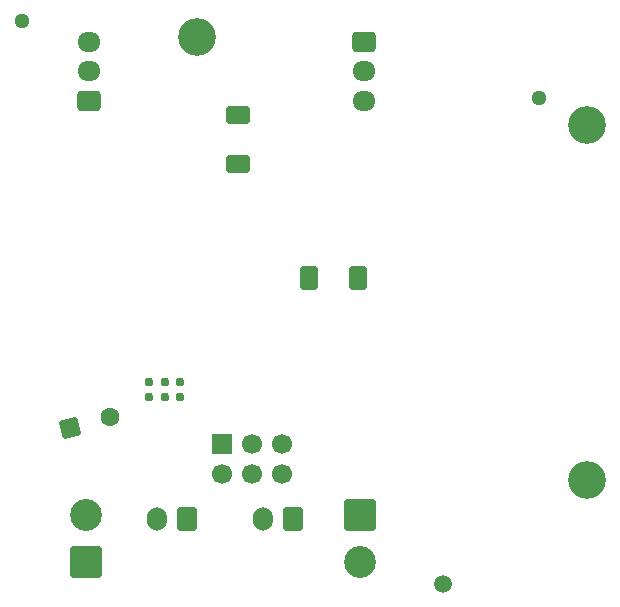
<source format=gbr>
%TF.GenerationSoftware,KiCad,Pcbnew,9.0.3*%
%TF.CreationDate,2025-08-09T17:03:07-04:00*%
%TF.ProjectId,DC_servo_joint,44435f73-6572-4766-9f5f-6a6f696e742e,rev?*%
%TF.SameCoordinates,Original*%
%TF.FileFunction,Soldermask,Bot*%
%TF.FilePolarity,Negative*%
%FSLAX46Y46*%
G04 Gerber Fmt 4.6, Leading zero omitted, Abs format (unit mm)*
G04 Created by KiCad (PCBNEW 9.0.3) date 2025-08-09 17:03:07*
%MOMM*%
%LPD*%
G01*
G04 APERTURE LIST*
G04 Aperture macros list*
%AMRoundRect*
0 Rectangle with rounded corners*
0 $1 Rounding radius*
0 $2 $3 $4 $5 $6 $7 $8 $9 X,Y pos of 4 corners*
0 Add a 4 corners polygon primitive as box body*
4,1,4,$2,$3,$4,$5,$6,$7,$8,$9,$2,$3,0*
0 Add four circle primitives for the rounded corners*
1,1,$1+$1,$2,$3*
1,1,$1+$1,$4,$5*
1,1,$1+$1,$6,$7*
1,1,$1+$1,$8,$9*
0 Add four rect primitives between the rounded corners*
20,1,$1+$1,$2,$3,$4,$5,0*
20,1,$1+$1,$4,$5,$6,$7,0*
20,1,$1+$1,$6,$7,$8,$9,0*
20,1,$1+$1,$8,$9,$2,$3,0*%
G04 Aperture macros list end*
%ADD10C,3.200000*%
%ADD11C,1.496000*%
%ADD12C,1.296000*%
%ADD13C,0.770000*%
%ADD14R,1.700000X1.700000*%
%ADD15C,1.700000*%
%ADD16RoundRect,0.250000X0.600000X0.750000X-0.600000X0.750000X-0.600000X-0.750000X0.600000X-0.750000X0*%
%ADD17O,1.700000X2.000000*%
%ADD18RoundRect,0.287778X0.714222X-0.489222X0.714222X0.489222X-0.714222X0.489222X-0.714222X-0.489222X0*%
%ADD19RoundRect,0.250000X-0.725000X0.600000X-0.725000X-0.600000X0.725000X-0.600000X0.725000X0.600000X0*%
%ADD20O,1.950000X1.700000*%
%ADD21RoundRect,0.250001X1.099999X-1.099999X1.099999X1.099999X-1.099999X1.099999X-1.099999X-1.099999X0*%
%ADD22C,2.700000*%
%ADD23RoundRect,0.250000X-0.388909X-0.673610X0.673610X-0.388909X0.388909X0.673610X-0.673610X0.388909X0*%
%ADD24C,1.600000*%
%ADD25RoundRect,0.287778X-0.489222X-0.714222X0.489222X-0.714222X0.489222X0.714222X-0.489222X0.714222X0*%
%ADD26RoundRect,0.250001X-1.099999X1.099999X-1.099999X-1.099999X1.099999X-1.099999X1.099999X1.099999X0*%
%ADD27RoundRect,0.250000X0.725000X-0.600000X0.725000X0.600000X-0.725000X0.600000X-0.725000X-0.600000X0*%
G04 APERTURE END LIST*
D10*
%TO.C,H1*%
X115000000Y-52500000D03*
%TD*%
D11*
%TO.C,H6*%
X135800000Y-98800000D03*
%TD*%
D12*
%TO.C,H4*%
X143900000Y-57700000D03*
%TD*%
D13*
%TO.C,U_MOTOR_1*%
X113550000Y-81700000D03*
X112250000Y-81700000D03*
X110950000Y-81700000D03*
X113550000Y-83000000D03*
X112250000Y-83000000D03*
X110950000Y-83000000D03*
%TD*%
D14*
%TO.C,J_USB1*%
X117120000Y-87000000D03*
D15*
X117120000Y-89540000D03*
X119660000Y-87000000D03*
X119660000Y-89540000D03*
X122200000Y-87000000D03*
X122200000Y-89540000D03*
%TD*%
D12*
%TO.C,H5*%
X100200000Y-51200000D03*
%TD*%
D10*
%TO.C,H2*%
X148000000Y-90000000D03*
%TD*%
%TO.C,H3*%
X148000000Y-60000000D03*
%TD*%
D16*
%TO.C,J_MOT1*%
X114100000Y-93300000D03*
D17*
X111600000Y-93300000D03*
%TD*%
D18*
%TO.C,S2*%
X118450000Y-63275000D03*
X118450000Y-59125000D03*
%TD*%
D19*
%TO.C,J_BUS1*%
X129155000Y-52900000D03*
D20*
X129155000Y-55400000D03*
X129155000Y-57900000D03*
%TD*%
D21*
%TO.C,J_PWR1*%
X105600000Y-96930000D03*
D22*
X105600000Y-92970000D03*
%TD*%
D23*
%TO.C,C15*%
X104219260Y-85630867D03*
D24*
X107600000Y-84725000D03*
%TD*%
D25*
%TO.C,S1*%
X124500000Y-72950000D03*
X128650000Y-72950000D03*
%TD*%
D26*
%TO.C,J_PWR2*%
X128800000Y-92970000D03*
D22*
X128800000Y-96930000D03*
%TD*%
D16*
%TO.C,J_NTC1*%
X123100000Y-93350000D03*
D17*
X120600000Y-93350000D03*
%TD*%
D27*
%TO.C,J_BUS2*%
X105800000Y-57900000D03*
D20*
X105800000Y-55400000D03*
X105800000Y-52900000D03*
%TD*%
M02*

</source>
